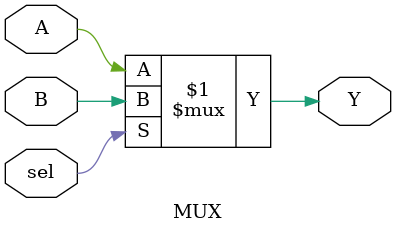
<source format=v>
`timescale 1ns / 1ps

module MUX(sel,A, B,Y);

input sel, A, B;
output Y;

assign Y= sel ? B:A;
/*
if (sel ==1) {
Y=B;
} else { 
Y=A;}
*/
endmodule

</source>
